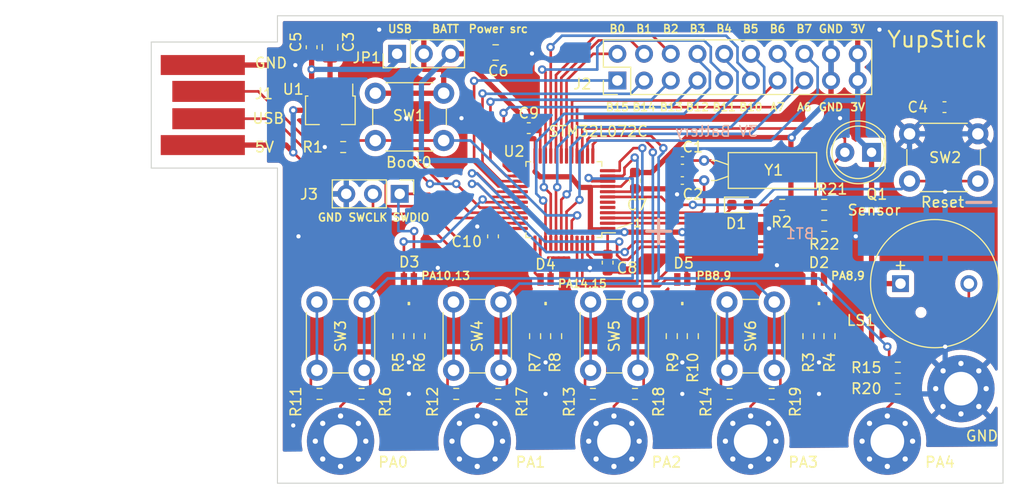
<source format=kicad_pcb>
(kicad_pcb (version 20211014) (generator pcbnew)

  (general
    (thickness 1.69)
  )

  (paper "A4")
  (title_block
    (title "Yupstick")
    (date "2022-10-22")
    (rev "1.0")
    (company "Stefan Frings")
  )

  (layers
    (0 "F.Cu" signal)
    (31 "B.Cu" signal)
    (34 "B.Paste" user)
    (35 "F.Paste" user)
    (36 "B.SilkS" user "B.Silkscreen")
    (37 "F.SilkS" user "F.Silkscreen")
    (38 "B.Mask" user)
    (39 "F.Mask" user)
    (40 "Dwgs.User" user "User.Drawings")
    (41 "Cmts.User" user "User.Comments")
    (44 "Edge.Cuts" user)
    (45 "Margin" user)
    (46 "B.CrtYd" user "B.Courtyard")
    (47 "F.CrtYd" user "F.Courtyard")
    (48 "B.Fab" user)
    (49 "F.Fab" user)
  )

  (setup
    (stackup
      (layer "F.SilkS" (type "Top Silk Screen") (color "White"))
      (layer "F.Paste" (type "Top Solder Paste"))
      (layer "F.Mask" (type "Top Solder Mask") (color "#3A043CB3") (thickness 0.01))
      (layer "F.Cu" (type "copper") (thickness 0.035))
      (layer "dielectric 1" (type "core") (thickness 1.6) (material "FR4") (epsilon_r 4.5) (loss_tangent 0.02))
      (layer "B.Cu" (type "copper") (thickness 0.035))
      (layer "B.Mask" (type "Bottom Solder Mask") (color "#3A043CB3") (thickness 0.01))
      (layer "B.Paste" (type "Bottom Solder Paste"))
      (layer "B.SilkS" (type "Bottom Silk Screen") (color "White"))
      (copper_finish "HAL lead-free")
      (dielectric_constraints no)
      (edge_connector bevelled)
    )
    (pad_to_mask_clearance 0)
    (pcbplotparams
      (layerselection 0x00010fc_ffffffff)
      (disableapertmacros false)
      (usegerberextensions false)
      (usegerberattributes true)
      (usegerberadvancedattributes true)
      (creategerberjobfile true)
      (svguseinch false)
      (svgprecision 6)
      (excludeedgelayer true)
      (plotframeref false)
      (viasonmask false)
      (mode 1)
      (useauxorigin false)
      (hpglpennumber 1)
      (hpglpenspeed 20)
      (hpglpendiameter 15.000000)
      (dxfpolygonmode true)
      (dxfimperialunits true)
      (dxfusepcbnewfont true)
      (psnegative false)
      (psa4output false)
      (plotreference true)
      (plotvalue true)
      (plotinvisibletext false)
      (sketchpadsonfab false)
      (subtractmaskfromsilk false)
      (outputformat 1)
      (mirror false)
      (drillshape 0)
      (scaleselection 1)
      (outputdirectory "gerber/")
    )
  )

  (net 0 "")
  (net 1 "GND")
  (net 2 "Net-(C1-Pad2)")
  (net 3 "Net-(C2-Pad2)")
  (net 4 "VBUS")
  (net 5 "/Reset")
  (net 6 "Net-(C5-Pad1)")
  (net 7 "VDD")
  (net 8 "Net-(H1-Pad1)")
  (net 9 "Net-(H2-Pad1)")
  (net 10 "Net-(H3-Pad1)")
  (net 11 "Net-(H4-Pad1)")
  (net 12 "Net-(H5-Pad1)")
  (net 13 "/PA12")
  (net 14 "/PA11")
  (net 15 "/PB15")
  (net 16 "/PB0")
  (net 17 "/PB14")
  (net 18 "/PB1")
  (net 19 "/PB13")
  (net 20 "/PB2")
  (net 21 "/PB12")
  (net 22 "/PB3")
  (net 23 "/PB11")
  (net 24 "/PB4")
  (net 25 "/PB10")
  (net 26 "/PB5")
  (net 27 "/PB9")
  (net 28 "/PB6")
  (net 29 "/PB8")
  (net 30 "/PB7")
  (net 31 "Net-(LS1-Pad2)")
  (net 32 "/PA5")
  (net 33 "/Boot0")
  (net 34 "/PC13")
  (net 35 "/PA4")
  (net 36 "/PA6")
  (net 37 "/PA7")
  (net 38 "/PA8")
  (net 39 "/PA9")
  (net 40 "/PA10")
  (net 41 "/PA13")
  (net 42 "/PA14")
  (net 43 "/PA15")
  (net 44 "/PA0")
  (net 45 "/PA1")
  (net 46 "/PA2")
  (net 47 "/PA3")
  (net 48 "unconnected-(U2-Pad5)")
  (net 49 "unconnected-(U2-Pad6)")
  (net 50 "Net-(R11-Pad2)")
  (net 51 "Net-(R12-Pad2)")
  (net 52 "Net-(R13-Pad2)")
  (net 53 "Net-(R14-Pad2)")
  (net 54 "Net-(D1-Pad2)")
  (net 55 "Net-(D2-Pad2)")
  (net 56 "Net-(D2-Pad3)")
  (net 57 "Net-(D3-Pad2)")
  (net 58 "Net-(D3-Pad3)")
  (net 59 "Net-(D4-Pad2)")
  (net 60 "Net-(D4-Pad3)")
  (net 61 "Net-(D5-Pad2)")
  (net 62 "Net-(D5-Pad3)")
  (net 63 "/Bat")
  (net 64 "Net-(R21-Pad2)")

  (footprint "Button_Switch_THT:SW_PUSH_6mm_H5mm" (layer "F.Cu") (at 175.11 78.74))

  (footprint "Connector_PinHeader_2.54mm:PinHeader_1x03_P2.54mm_Vertical" (layer "F.Cu") (at 126.625 84.455 -90))

  (footprint "Resistor_SMD:R_0603_1608Metric" (layer "F.Cu") (at 167 87.5 180))

  (footprint "MountingHole:MountingHole_3.2mm_M3_Pad_Via" (layer "F.Cu") (at 121 108))

  (footprint "Package_TO_SOT_SMD:SOT-89-3" (layer "F.Cu") (at 120.03 76.2 -90))

  (footprint "Resistor_SMD:R_0603_1608Metric" (layer "F.Cu") (at 121.25 80 180))

  (footprint "Resistor_SMD:R_0603_1608Metric" (layer "F.Cu") (at 162 103.5 180))

  (footprint "Resistor_SMD:R_0603_1608Metric" (layer "F.Cu") (at 141.5 98 -90))

  (footprint "Resistor_SMD:R_0603_1608Metric" (layer "F.Cu") (at 126.5 98 -90))

  (footprint "Resistor_SMD:R_0603_1608Metric" (layer "F.Cu") (at 158 103.5 180))

  (footprint "MountingHole:MountingHole_3.2mm_M3_Pad_Via" (layer "F.Cu") (at 180 103))

  (footprint "Capacitor_SMD:C_0603_1608Metric" (layer "F.Cu") (at 149 83.2 -90))

  (footprint "MountingHole:MountingHole_3.2mm_M3_Pad_Via" (layer "F.Cu") (at 134 108))

  (footprint "Button_Switch_THT:SW_PUSH_6mm_H5mm" (layer "F.Cu") (at 118.75 101.25 90))

  (footprint "Resistor_SMD:R_0603_1608Metric" (layer "F.Cu") (at 163 85.5 180))

  (footprint "Resistor_SMD:R_0603_1608Metric" (layer "F.Cu") (at 136 103.5 180))

  (footprint "MountingHole:MountingHole_3.2mm_M3_Pad_Via" (layer "F.Cu") (at 147 108))

  (footprint "Package_QFP:LQFP-48_7x7mm_P0.5mm" (layer "F.Cu") (at 142.24 85 180))

  (footprint "LED_SMD:LED_Kingbright_APHBM2012_2x1.25mm" (layer "F.Cu") (at 166.5 93.5))

  (footprint "Connector_PinHeader_2.54mm:PinHeader_2x10_P2.54mm_Vertical" (layer "F.Cu") (at 147.325 73.665 90))

  (footprint "Button_Switch_THT:SW_PUSH_6mm_H5mm" (layer "F.Cu") (at 130.81 79.375 180))

  (footprint "Connector_PinHeader_2.54mm:PinHeader_1x03_P2.54mm_Vertical" (layer "F.Cu") (at 126.38 71.12 90))

  (footprint "Capacitor_SMD:C_0603_1608Metric" (layer "F.Cu") (at 178.435 76.2 180))

  (footprint "Capacitor_SMD:C_0603_1608Metric" (layer "F.Cu") (at 146.4 91 -90))

  (footprint "Capacitor_SMD:C_0805_2012Metric" (layer "F.Cu") (at 120 70.5 90))

  (footprint "Resistor_SMD:R_0603_1608Metric" (layer "F.Cu") (at 174 101 180))

  (footprint "Resistor_SMD:R_0603_1608Metric" (layer "F.Cu") (at 139.5 98 -90))

  (footprint "Resistor_SMD:R_0603_1608Metric" (layer "F.Cu") (at 128.5 98 -90))

  (footprint "Capacitor_SMD:C_0805_2012Metric" (layer "F.Cu") (at 135.75 71))

  (footprint "Capacitor_SMD:C_0603_1608Metric" (layer "F.Cu") (at 135.5 88.5 90))

  (footprint "LED_SMD:LED_0603_1608Metric" (layer "F.Cu") (at 159 85.5))

  (footprint "Buzzer_Beeper:MagneticBuzzer_ProSignal_ABT-410-RC" (layer "F.Cu") (at 174.25 93))

  (footprint "MountingHole:MountingHole_3.2mm_M3_Pad_Via" (layer "F.Cu") (at 160 108))

  (footprint "Capacitor_SMD:C_0402_1005Metric" (layer "F.Cu") (at 153.505959 83.185))

  (footprint "LED_THT:LED_D5.0mm_Clear" (layer "F.Cu") (at 171.5 80.5 180))

  (footprint "Crystal:Crystal_C38-LF_D3.0mm_L8.0mm_Horizontal" (layer "F.Cu") (at 155.575 83.18 90))

  (footprint "Capacitor_SMD:C_0603_1608Metric" (layer "F.Cu") (at 118.25 70.5 90))

  (footprint "Button_Switch_THT:SW_PUSH_6mm_H5mm" (layer "F.Cu") (at 131.75 101.25 90))

  (footprint "Resistor_SMD:R_0603_1608Metric" (layer "F.Cu") (at 132 103.5 180))

  (footprint "Button_Switch_THT:SW_PUSH_6mm_H5mm" (layer "F.Cu") (at 144.78 101.25 90))

  (footprint "Resistor_SMD:R_0603_1608Metric" (layer "F.Cu") (at 165.5 98 -90))

  (footprint "Resistor_SMD:R_0603_1608Metric" (layer "F.Cu") (at 167 85.5))

  (footprint "Capacitor_SMD:C_0402_1005Metric" (layer "F.Cu") (at 153.515 81.28))

  (footprint "Resistor_SMD:R_0603_1608Metric" (layer "F.Cu") (at 123 103.5 180))

  (footprint "LED_SMD:LED_Kingbright_APHBM2012_2x1.25mm" (layer "F.Cu") (at 127.5 93.5))

  (footprint "LED_SMD:LED_Kingbright_APHBM2012_2x1.25mm" (layer "F.Cu") (at 140.5 93.5))

  (footprint "Resistor_SMD:R_0603_1608Metric" (layer "F.Cu") (at 145 103.5 180))

  (footprint "Resistor_SMD:R_0603_1608Metric" (layer "F.Cu") (at 149 103.5 180))

  (footprint "LED_SMD:LED_Kingbright_APHBM2012_2x1.25mm" (layer "F.Cu") (at 153.5 93.5))

  (footprint "Resistor_SMD:R_0603_1608Metric" (layer "F.Cu") (at 167.5 98 -90))

  (footprint "Resistor_SMD:R_0603_1608Metric" (layer "F.Cu") (at 154.5 98 -90))

  (footprint "Resistor_SMD:R_0603_1608Metric" (layer "F.Cu") (at 119 103.5 180))

  (footprint "Resistor_SMD:R_0603_1608Metric" (layer "F.Cu") (at 152.5 98 -90))

  (footprint "Resistor_SMD:R_0603_1608Metric" (layer "F.Cu") (at 174 103))

  (footprint "Capacitor_SMD:C_0603_1608Metric" (layer "F.Cu")
    (tedit 5F68FEEE) (tstamp f5195a68-0a6b-40cf-a0a6-995eff9eb8fa)
    (at 138.9 78.2)
    (descr "Capacitor SMD 0603 (1608 Metric), square (rectangular) end terminal, IPC_7351 nominal, (Body size source: IPC-SM-782 page 76, https://www.pcb-3d.com/wordpress/wp-content/uploads/ipc-sm-782a_amendment_1_and_2.pdf), generated with kicad-footprint-generator")
    (tags "capacitor")
    (property "Sheetfile" "Datei: yupstick.kicad_sch")
    (property "Sheetname" "")
    (path "/ae20e65c-9aec-47dd-83ca-f25f5911befe")
    (attr smd)
    (fp_text reference "C9" (at 0 -1.43) (layer "F.SilkS")
      (effects (font (size 1 1) (thickness 0.15)))
      (tstamp 84f3426c-ecc2-43ca-9b32-1996e0266c34)
    )
    (fp_text value "100nF" (at 0.1 -1.7) (layer "F.Fab")
      (effects (font (size 1 1) (thickness 0.15)))
      (tstamp af299a3e-de75-463b-8458-e41937a380a8)
    )
    (fp_text user "${REFERENCE}" (at 0 0) (layer "F.Fab")
      (effects (font (size 0.4 0.4) (thickness 0.06))
... [545189 chars truncated]
</source>
